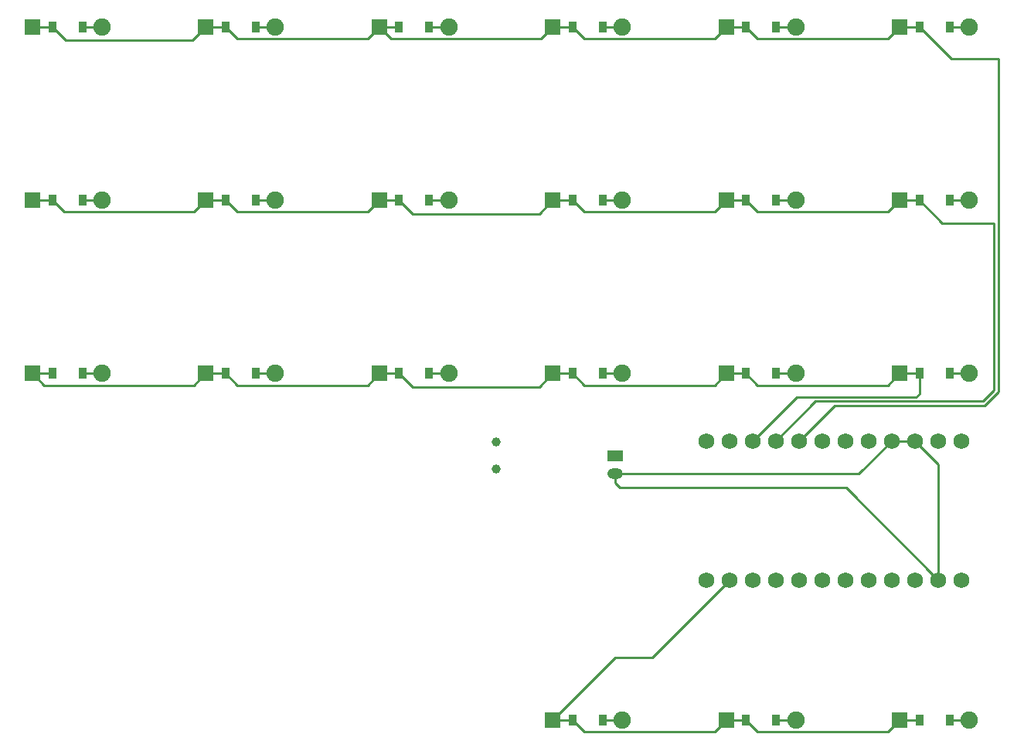
<source format=gbr>
%TF.GenerationSoftware,KiCad,Pcbnew,9.0.4*%
%TF.CreationDate,2025-09-30T09:24:18+02:00*%
%TF.ProjectId,left-finished,6c656674-2d66-4696-9e69-736865642e6b,v1.0.0*%
%TF.SameCoordinates,Original*%
%TF.FileFunction,Copper,L1,Top*%
%TF.FilePolarity,Positive*%
%FSLAX46Y46*%
G04 Gerber Fmt 4.6, Leading zero omitted, Abs format (unit mm)*
G04 Created by KiCad (PCBNEW 9.0.4) date 2025-09-30 09:24:18*
%MOMM*%
%LPD*%
G01*
G04 APERTURE LIST*
%TA.AperFunction,WasherPad*%
%ADD10C,1.000000*%
%TD*%
%TA.AperFunction,ComponentPad*%
%ADD11R,1.778000X1.778000*%
%TD*%
%TA.AperFunction,SMDPad,CuDef*%
%ADD12R,0.900000X1.200000*%
%TD*%
%TA.AperFunction,ComponentPad*%
%ADD13C,1.905000*%
%TD*%
%TA.AperFunction,ComponentPad*%
%ADD14R,1.700000X1.200000*%
%TD*%
%TA.AperFunction,ComponentPad*%
%ADD15O,1.700000X1.200000*%
%TD*%
%TA.AperFunction,ComponentPad*%
%ADD16C,1.752600*%
%TD*%
%TA.AperFunction,Conductor*%
%ADD17C,0.250000*%
%TD*%
G04 APERTURE END LIST*
D10*
%TO.P,T1,*%
%TO.N,*%
X149000000Y-127500000D03*
X149000000Y-124500000D03*
%TD*%
D11*
%TO.P,D1,1*%
%TO.N,P011*%
X98190000Y-117000000D03*
D12*
X100350000Y-117000000D03*
%TO.P,D1,2*%
%TO.N,outer_bottom*%
X103650000Y-117000000D03*
D13*
X105810000Y-117000000D03*
%TD*%
D11*
%TO.P,D20,1*%
%TO.N,P100*%
X193190000Y-98000000D03*
D12*
X195350000Y-98000000D03*
%TO.P,D20,2*%
%TO.N,inner_home*%
X198650000Y-98000000D03*
D13*
X200810000Y-98000000D03*
%TD*%
D11*
%TO.P,D19,1*%
%TO.N,P011*%
X193190000Y-117000000D03*
D12*
X195350000Y-117000000D03*
%TO.P,D19,2*%
%TO.N,inner_bottom*%
X198650000Y-117000000D03*
D13*
X200810000Y-117000000D03*
%TD*%
D11*
%TO.P,D3,1*%
%TO.N,P024*%
X98190000Y-79000000D03*
D12*
X100350000Y-79000000D03*
%TO.P,D3,2*%
%TO.N,outer_top*%
X103650000Y-79000000D03*
D13*
X105810000Y-79000000D03*
%TD*%
D11*
%TO.P,D2,1*%
%TO.N,P100*%
X98190000Y-98000000D03*
D12*
X100350000Y-98000000D03*
%TO.P,D2,2*%
%TO.N,outer_home*%
X103650000Y-98000000D03*
D13*
X105810000Y-98000000D03*
%TD*%
D11*
%TO.P,D9,1*%
%TO.N,P024*%
X136190000Y-79000000D03*
D12*
X138350000Y-79000000D03*
%TO.P,D9,2*%
%TO.N,ring_top*%
X141650000Y-79000000D03*
D13*
X143810000Y-79000000D03*
%TD*%
D11*
%TO.P,D10,1*%
%TO.N,P010*%
X155190000Y-155000000D03*
D12*
X157350000Y-155000000D03*
%TO.P,D10,2*%
%TO.N,middle_thumb*%
X160650000Y-155000000D03*
D13*
X162810000Y-155000000D03*
%TD*%
D11*
%TO.P,D7,1*%
%TO.N,P011*%
X136190000Y-117000000D03*
D12*
X138350000Y-117000000D03*
%TO.P,D7,2*%
%TO.N,ring_bottom*%
X141650000Y-117000000D03*
D13*
X143810000Y-117000000D03*
%TD*%
D11*
%TO.P,D4,1*%
%TO.N,P011*%
X117190000Y-117000000D03*
D12*
X119350000Y-117000000D03*
%TO.P,D4,2*%
%TO.N,pinky_bottom*%
X122650000Y-117000000D03*
D13*
X124810000Y-117000000D03*
%TD*%
D11*
%TO.P,D13,1*%
%TO.N,P024*%
X155190000Y-79000000D03*
D12*
X157350000Y-79000000D03*
%TO.P,D13,2*%
%TO.N,middle_top*%
X160650000Y-79000000D03*
D13*
X162810000Y-79000000D03*
%TD*%
D11*
%TO.P,D16,1*%
%TO.N,P100*%
X174190000Y-98000000D03*
D12*
X176350000Y-98000000D03*
%TO.P,D16,2*%
%TO.N,index_home*%
X179650000Y-98000000D03*
D13*
X181810000Y-98000000D03*
%TD*%
D14*
%TO.P,JST1,1*%
%TO.N,pos*%
X162000000Y-126000000D03*
D15*
%TO.P,JST1,2*%
%TO.N,GND*%
X162000000Y-128000000D03*
%TD*%
D11*
%TO.P,D21,1*%
%TO.N,P024*%
X193190000Y-79000000D03*
D12*
X195350000Y-79000000D03*
%TO.P,D21,2*%
%TO.N,inner_top*%
X198650000Y-79000000D03*
D13*
X200810000Y-79000000D03*
%TD*%
D11*
%TO.P,D11,1*%
%TO.N,P011*%
X155190000Y-117000000D03*
D12*
X157350000Y-117000000D03*
%TO.P,D11,2*%
%TO.N,middle_bottom*%
X160650000Y-117000000D03*
D13*
X162810000Y-117000000D03*
%TD*%
D11*
%TO.P,D8,1*%
%TO.N,P100*%
X136190000Y-98000000D03*
D12*
X138350000Y-98000000D03*
%TO.P,D8,2*%
%TO.N,ring_home*%
X141650000Y-98000000D03*
D13*
X143810000Y-98000000D03*
%TD*%
D11*
%TO.P,D18,1*%
%TO.N,P010*%
X193190000Y-155000000D03*
D12*
X195350000Y-155000000D03*
%TO.P,D18,2*%
%TO.N,inner_thumb*%
X198650000Y-155000000D03*
D13*
X200810000Y-155000000D03*
%TD*%
D11*
%TO.P,D17,1*%
%TO.N,P024*%
X174190000Y-79000000D03*
D12*
X176350000Y-79000000D03*
%TO.P,D17,2*%
%TO.N,index_top*%
X179650000Y-79000000D03*
D13*
X181810000Y-79000000D03*
%TD*%
D11*
%TO.P,D15,1*%
%TO.N,P011*%
X174190000Y-117000000D03*
D12*
X176350000Y-117000000D03*
%TO.P,D15,2*%
%TO.N,index_bottom*%
X179650000Y-117000000D03*
D13*
X181810000Y-117000000D03*
%TD*%
D11*
%TO.P,D5,1*%
%TO.N,P100*%
X117190000Y-98000000D03*
D12*
X119350000Y-98000000D03*
%TO.P,D5,2*%
%TO.N,pinky_home*%
X122650000Y-98000000D03*
D13*
X124810000Y-98000000D03*
%TD*%
D11*
%TO.P,D14,1*%
%TO.N,P010*%
X174190000Y-155000000D03*
D12*
X176350000Y-155000000D03*
%TO.P,D14,2*%
%TO.N,index_thumb*%
X179650000Y-155000000D03*
D13*
X181810000Y-155000000D03*
%TD*%
D16*
%TO.P,MCU1,1*%
%TO.N,P006*%
X199970000Y-124380000D03*
%TO.P,MCU1,2*%
%TO.N,P008*%
X197430000Y-124380000D03*
%TO.P,MCU1,3*%
%TO.N,GND*%
X194890000Y-124380000D03*
%TO.P,MCU1,4*%
X192350000Y-124380000D03*
%TO.P,MCU1,5*%
%TO.N,P017*%
X189810000Y-124380000D03*
%TO.P,MCU1,6*%
%TO.N,P020*%
X187270000Y-124380000D03*
%TO.P,MCU1,7*%
%TO.N,P022*%
X184730000Y-124380000D03*
%TO.P,MCU1,8*%
%TO.N,P024*%
X182190000Y-124380000D03*
%TO.P,MCU1,9*%
%TO.N,P100*%
X179650000Y-124380000D03*
%TO.P,MCU1,10*%
%TO.N,P011*%
X177110000Y-124380000D03*
%TO.P,MCU1,11*%
%TO.N,P104*%
X174570000Y-124380000D03*
%TO.P,MCU1,12*%
%TO.N,P106*%
X172030000Y-124380000D03*
%TO.P,MCU1,13*%
%TO.N,P009*%
X172030000Y-139620000D03*
%TO.P,MCU1,14*%
%TO.N,P010*%
X174570000Y-139620000D03*
%TO.P,MCU1,15*%
%TO.N,P111*%
X177110000Y-139620000D03*
%TO.P,MCU1,16*%
%TO.N,P113*%
X179650000Y-139620000D03*
%TO.P,MCU1,17*%
%TO.N,P115*%
X182190000Y-139620000D03*
%TO.P,MCU1,18*%
%TO.N,P002*%
X184730000Y-139620000D03*
%TO.P,MCU1,19*%
%TO.N,P029*%
X187270000Y-139620000D03*
%TO.P,MCU1,20*%
%TO.N,P031*%
X189810000Y-139620000D03*
%TO.P,MCU1,21*%
%TO.N,VCC*%
X192350000Y-139620000D03*
%TO.P,MCU1,22*%
%TO.N,RST*%
X194890000Y-139620000D03*
%TO.P,MCU1,23*%
%TO.N,GND*%
X197430000Y-139620000D03*
%TO.P,MCU1,24*%
%TO.N,RAW*%
X199970000Y-139620000D03*
%TD*%
D11*
%TO.P,D6,1*%
%TO.N,P024*%
X117190000Y-79000000D03*
D12*
X119350000Y-79000000D03*
%TO.P,D6,2*%
%TO.N,pinky_top*%
X122650000Y-79000000D03*
D13*
X124810000Y-79000000D03*
%TD*%
D11*
%TO.P,D12,1*%
%TO.N,P100*%
X155190000Y-98000000D03*
D12*
X157350000Y-98000000D03*
%TO.P,D12,2*%
%TO.N,middle_home*%
X160650000Y-98000000D03*
D13*
X162810000Y-98000000D03*
%TD*%
D17*
%TO.N,outer_bottom*%
X105810000Y-117000000D02*
X103650000Y-117000000D01*
%TO.N,outer_home*%
X105810000Y-98000000D02*
X103650000Y-98000000D01*
%TO.N,outer_top*%
X105810000Y-79000000D02*
X103650000Y-79000000D01*
%TO.N,pinky_bottom*%
X122650000Y-117000000D02*
X124810000Y-117000000D01*
%TO.N,pinky_home*%
X124810000Y-98000000D02*
X122650000Y-98000000D01*
%TO.N,pinky_top*%
X124810000Y-79000000D02*
X122650000Y-79000000D01*
%TO.N,ring_bottom*%
X141650000Y-117000000D02*
X143810000Y-117000000D01*
%TO.N,ring_home*%
X143810000Y-98000000D02*
X141650000Y-98000000D01*
%TO.N,ring_top*%
X143810000Y-79000000D02*
X141650000Y-79000000D01*
%TO.N,middle_thumb*%
X160650000Y-155000000D02*
X162810000Y-155000000D01*
%TO.N,middle_bottom*%
X160650000Y-117000000D02*
X162810000Y-117000000D01*
%TO.N,middle_home*%
X162810000Y-98000000D02*
X160650000Y-98000000D01*
%TO.N,middle_top*%
X162810000Y-79000000D02*
X160650000Y-79000000D01*
%TO.N,index_thumb*%
X179650000Y-155000000D02*
X181810000Y-155000000D01*
%TO.N,index_bottom*%
X179650000Y-117000000D02*
X181810000Y-117000000D01*
%TO.N,index_home*%
X181810000Y-98000000D02*
X179650000Y-98000000D01*
%TO.N,index_top*%
X181810000Y-79000000D02*
X179650000Y-79000000D01*
%TO.N,inner_thumb*%
X198650000Y-155000000D02*
X200810000Y-155000000D01*
%TO.N,inner_bottom*%
X198650000Y-117000000D02*
X200810000Y-117000000D01*
%TO.N,inner_home*%
X200810000Y-98000000D02*
X198650000Y-98000000D01*
%TO.N,inner_top*%
X198650000Y-79000000D02*
X200810000Y-79000000D01*
%TO.N,P011*%
X99468500Y-118278500D02*
X115911500Y-118278500D01*
X139850000Y-118500000D02*
X153690000Y-118500000D01*
X177628500Y-118278500D02*
X191911500Y-118278500D01*
X120628500Y-118278500D02*
X134911500Y-118278500D01*
X158628500Y-118278500D02*
X172911500Y-118278500D01*
X136190000Y-117000000D02*
X138350000Y-117000000D01*
X195350000Y-119248000D02*
X195000000Y-119598000D01*
X193190000Y-117000000D02*
X195350000Y-117000000D01*
X195000000Y-119598000D02*
X181892000Y-119598000D01*
X100350000Y-117000000D02*
X98190000Y-117000000D01*
X153690000Y-118500000D02*
X155190000Y-117000000D01*
X115911500Y-118278500D02*
X117190000Y-117000000D01*
X172911500Y-118278500D02*
X174190000Y-117000000D01*
X157350000Y-117000000D02*
X158628500Y-118278500D01*
X98190000Y-117000000D02*
X99468500Y-118278500D01*
X191911500Y-118278500D02*
X193190000Y-117000000D01*
X195350000Y-117000000D02*
X195350000Y-119248000D01*
X181892000Y-119598000D02*
X177110000Y-124380000D01*
X174190000Y-117000000D02*
X176350000Y-117000000D01*
X119350000Y-117000000D02*
X120628500Y-118278500D01*
X155190000Y-117000000D02*
X157350000Y-117000000D01*
X138350000Y-117000000D02*
X139850000Y-118500000D01*
X176350000Y-117000000D02*
X177628500Y-118278500D01*
X117190000Y-117000000D02*
X119350000Y-117000000D01*
X134911500Y-118278500D02*
X136190000Y-117000000D01*
%TO.N,P100*%
X101628500Y-99278500D02*
X100350000Y-98000000D01*
X177628500Y-99278500D02*
X176350000Y-98000000D01*
X115911500Y-99278500D02*
X101628500Y-99278500D01*
X138350000Y-98000000D02*
X136190000Y-98000000D01*
X191911500Y-99278500D02*
X177628500Y-99278500D01*
X155190000Y-98000000D02*
X153690000Y-99500000D01*
X139850000Y-99500000D02*
X138350000Y-98000000D01*
X100350000Y-98000000D02*
X98190000Y-98000000D01*
X195350000Y-98000000D02*
X197850000Y-100500000D01*
X197850000Y-100500000D02*
X203549000Y-100500000D01*
X153690000Y-99500000D02*
X139850000Y-99500000D01*
X203549000Y-100500000D02*
X203549000Y-118813190D01*
X203549000Y-118813190D02*
X202313190Y-120049000D01*
X136190000Y-98000000D02*
X134911500Y-99278500D01*
X157350000Y-98000000D02*
X158628500Y-99278500D01*
X172911500Y-99278500D02*
X174190000Y-98000000D01*
X176350000Y-98000000D02*
X174190000Y-98000000D01*
X193190000Y-98000000D02*
X191911500Y-99278500D01*
X195350000Y-98000000D02*
X193190000Y-98000000D01*
X202313190Y-120049000D02*
X183981000Y-120049000D01*
X117190000Y-98000000D02*
X115911500Y-99278500D01*
X134911500Y-99278500D02*
X120628500Y-99278500D01*
X119350000Y-98000000D02*
X117190000Y-98000000D01*
X158628500Y-99278500D02*
X172911500Y-99278500D01*
X183981000Y-120049000D02*
X179650000Y-124380000D01*
X120628500Y-99278500D02*
X119350000Y-98000000D01*
X157350000Y-98000000D02*
X155190000Y-98000000D01*
%TO.N,P024*%
X204000000Y-82500000D02*
X204000000Y-119000000D01*
X153911500Y-80278500D02*
X155190000Y-79000000D01*
X195350000Y-79000000D02*
X198850000Y-82500000D01*
X174190000Y-79000000D02*
X172911500Y-80278500D01*
X177628500Y-80278500D02*
X176350000Y-79000000D01*
X186070000Y-120500000D02*
X182190000Y-124380000D01*
X100350000Y-79000000D02*
X101850000Y-80500000D01*
X157350000Y-79000000D02*
X155190000Y-79000000D01*
X120628500Y-80278500D02*
X119350000Y-79000000D01*
X198850000Y-82500000D02*
X204000000Y-82500000D01*
X202500000Y-120500000D02*
X186070000Y-120500000D01*
X191911500Y-80278500D02*
X177628500Y-80278500D01*
X158628500Y-80278500D02*
X157350000Y-79000000D01*
X134911500Y-80278500D02*
X120628500Y-80278500D01*
X136190000Y-79000000D02*
X134911500Y-80278500D01*
X136190000Y-79000000D02*
X137468500Y-80278500D01*
X138350000Y-79000000D02*
X136190000Y-79000000D01*
X204000000Y-119000000D02*
X202500000Y-120500000D01*
X195350000Y-79000000D02*
X193190000Y-79000000D01*
X176350000Y-79000000D02*
X174190000Y-79000000D01*
X115690000Y-80500000D02*
X117190000Y-79000000D01*
X119350000Y-79000000D02*
X117190000Y-79000000D01*
X193190000Y-79000000D02*
X191911500Y-80278500D01*
X100350000Y-79000000D02*
X98190000Y-79000000D01*
X172911500Y-80278500D02*
X158628500Y-80278500D01*
X137468500Y-80278500D02*
X153911500Y-80278500D01*
X101850000Y-80500000D02*
X115690000Y-80500000D01*
%TO.N,P010*%
X158628500Y-156278500D02*
X157350000Y-155000000D01*
X166064000Y-148126000D02*
X174570000Y-139620000D01*
X162064000Y-148126000D02*
X166064000Y-148126000D01*
X193190000Y-155000000D02*
X191911500Y-156278500D01*
X157350000Y-155000000D02*
X155190000Y-155000000D01*
X176350000Y-155000000D02*
X174190000Y-155000000D01*
X177628500Y-156278500D02*
X176350000Y-155000000D01*
X195350000Y-155000000D02*
X193190000Y-155000000D01*
X155190000Y-155000000D02*
X162064000Y-148126000D01*
X174190000Y-155000000D02*
X172911500Y-156278500D01*
X172911500Y-156278500D02*
X158628500Y-156278500D01*
X191911500Y-156278500D02*
X177628500Y-156278500D01*
%TO.N,GND*%
X192350000Y-124380000D02*
X188730000Y-128000000D01*
X194890000Y-124380000D02*
X192350000Y-124380000D01*
X197430000Y-126920000D02*
X194890000Y-124380000D01*
X162500000Y-129500000D02*
X187310000Y-129500000D01*
X162000000Y-129000000D02*
X162500000Y-129500000D01*
X187310000Y-129500000D02*
X197430000Y-139620000D01*
X197430000Y-139620000D02*
X197430000Y-126920000D01*
X188730000Y-128000000D02*
X162000000Y-128000000D01*
X162000000Y-128000000D02*
X162000000Y-129000000D01*
%TD*%
M02*

</source>
